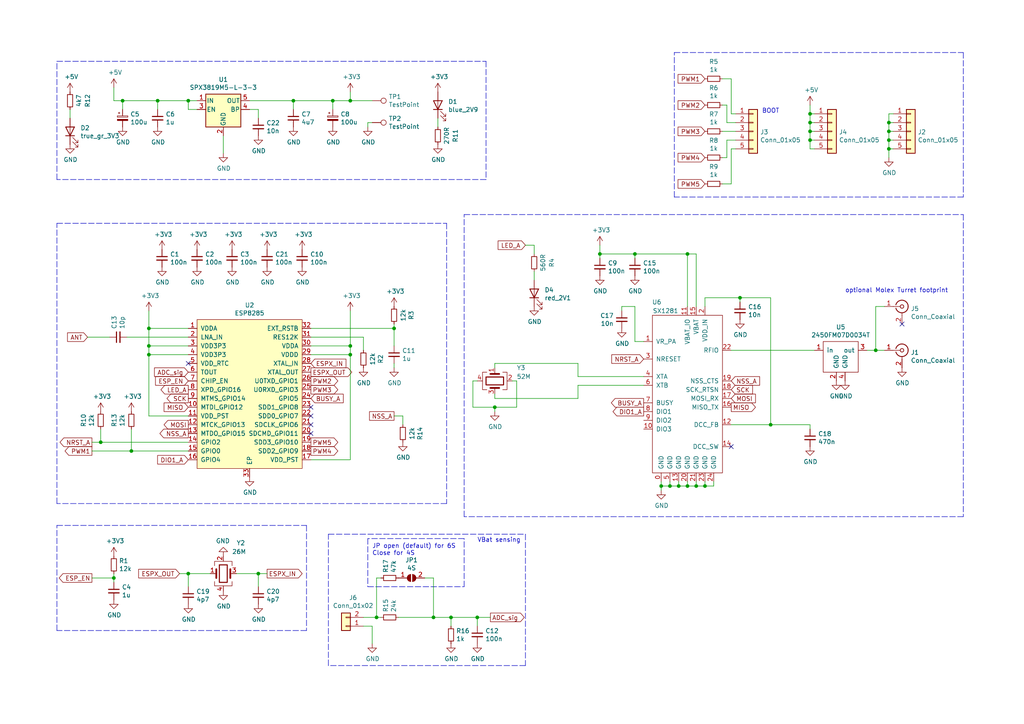
<source format=kicad_sch>
(kicad_sch (version 20211123) (generator eeschema)
  (paper "A4")
  (title_block (title "ELRS ESP8285 5xPWM") (date "2022-03-04") (rev "rev 1.0") (company "crteensy"))
  (lib_symbols
    (symbol "Connector:Conn_Coaxial" (pin_names (offset 1.016) hide)
      (property "Reference" "J" (at 0.254 3.048 0))
      (property "Value" "Conn_Coaxial" (at 2.921 0 90))
      (symbol "Conn_Coaxial_0_1"
        (arc (start -1.778 -0.508) (mid 0.222 -1.808) (end 1.778 0) (stroke (width 0.254)))
        (polyline (pts (xy -2.54 0) (xy -0.508 0)))
        (polyline (pts (xy 0 -2.54) (xy 0 -1.778)))
        (circle (center 0 0) (radius 0.508) (stroke (width 0.2032)))
        (arc (start 1.778 0) (mid 0.2221 1.8083) (end -1.778 0.508) (stroke (width 0.254)))
      )
      (symbol "Conn_Coaxial_1_1"
        (pin passive line (at -5.08 0 0) (length 2.54) (name "In") (number "1"))
        (pin passive line (at 0 -5.08 90) (length 2.54) (name "Ext") (number "2"))
      )
    )
    (symbol "Connector:TestPoint" (pin_numbers hide) (pin_names (offset 0.762) hide)
      (property "Reference" "TP" (at 0 6.858 0))
      (property "Value" "TestPoint" (at 0 5.08 0))
      (symbol "TestPoint_0_1"
        (circle (center 0 3.302) (radius 0.762))
      )
      (symbol "TestPoint_1_1"
        (pin passive line (at 0 0 90) (length 2.54) (name "1") (number "1"))
      )
    )
    (symbol "Connector_Generic:Conn_01x02" (pin_names (offset 1.016) hide)
      (property "Reference" "J" (at 0 2.54 0))
      (property "Value" "Conn_01x02" (at 0 -5.08 0))
      (symbol "Conn_01x02_1_1"
        (rectangle (start -1.27 -2.413) (end 0 -2.667) (stroke (width 0.1524)))
        (rectangle (start -1.27 0.127) (end 0 -0.127) (stroke (width 0.1524)))
        (rectangle (start -1.27 1.27) (end 1.27 -3.81) (stroke (width 0.254)) (fill (type background)))
        (pin passive line (at -5.08 0 0) (length 3.81) (name "Pin_1") (number "1"))
        (pin passive line (at -5.08 -2.54 0) (length 3.81) (name "Pin_2") (number "2"))
      )
    )
    (symbol "Connector_Generic:Conn_01x05" (pin_names (offset 1.016) hide)
      (property "Reference" "J" (at 0 7.62 0))
      (property "Value" "Conn_01x05" (at 0 -7.62 0))
      (symbol "Conn_01x05_1_1"
        (rectangle (start -1.27 -4.953) (end 0 -5.207) (stroke (width 0.1524)))
        (rectangle (start -1.27 -2.413) (end 0 -2.667) (stroke (width 0.1524)))
        (rectangle (start -1.27 0.127) (end 0 -0.127) (stroke (width 0.1524)))
        (rectangle (start -1.27 2.667) (end 0 2.413) (stroke (width 0.1524)))
        (rectangle (start -1.27 5.207) (end 0 4.953) (stroke (width 0.1524)))
        (rectangle (start -1.27 6.35) (end 1.27 -6.35) (stroke (width 0.254)) (fill (type background)))
        (pin passive line (at -5.08 5.08 0) (length 3.81) (name "Pin_1") (number "1"))
        (pin passive line (at -5.08 2.54 0) (length 3.81) (name "Pin_2") (number "2"))
        (pin passive line (at -5.08 0 0) (length 3.81) (name "Pin_3") (number "3"))
        (pin passive line (at -5.08 -2.54 0) (length 3.81) (name "Pin_4") (number "4"))
        (pin passive line (at -5.08 -5.08 0) (length 3.81) (name "Pin_5") (number "5"))
      )
    )
    (symbol "Device:CP_Small" (pin_numbers hide) (pin_names (offset 0.254) hide)
      (property "Reference" "C" (at 0.254 1.778 0))
      (property "Value" "Device_CP_Small" (at 0.254 -2.032 0))
      (symbol "CP_Small_0_1"
        (rectangle (start -1.524 -0.3048) (end 1.524 -0.6858) (fill (type outline)))
        (rectangle (start -1.524 0.6858) (end 1.524 0.3048))
        (polyline (pts (xy -1.27 1.524) (xy -0.762 1.524)))
        (polyline (pts (xy -1.016 1.27) (xy -1.016 1.778)))
      )
      (symbol "CP_Small_1_1"
        (pin passive line (at 0 2.54 270) (length 1.8542) (name "~") (number "1"))
        (pin passive line (at 0 -2.54 90) (length 1.8542) (name "~") (number "2"))
      )
    )
    (symbol "Device:C_Small" (pin_numbers hide) (pin_names (offset 0.254) hide)
      (property "Reference" "C" (at 0.254 1.778 0))
      (property "Value" "C_Small" (at 0.254 -2.032 0))
      (symbol "C_Small_0_1"
        (polyline (pts (xy -1.524 -0.508) (xy 1.524 -0.508)) (stroke (width 0.3302)))
        (polyline (pts (xy -1.524 0.508) (xy 1.524 0.508)) (stroke (width 0.3048)))
      )
      (symbol "C_Small_1_1"
        (pin passive line (at 0 2.54 270) (length 2.032) (name "~") (number "1"))
        (pin passive line (at 0 -2.54 90) (length 2.032) (name "~") (number "2"))
      )
    )
    (symbol "Device:Crystal_GND24" (pin_names (offset 1.016) hide)
      (property "Reference" "Y" (at 3.175 5.08 0))
      (property "Value" "Crystal_GND24" (at 3.175 3.175 0))
      (symbol "Crystal_GND24_0_1"
        (rectangle (start -1.143 2.54) (end 1.143 -2.54) (stroke (width 0.3048)))
        (polyline (pts (xy -2.54 0) (xy -2.032 0)))
        (polyline (pts (xy -2.032 -1.27) (xy -2.032 1.27)) (stroke (width 0.508)))
        (polyline (pts (xy 0 -3.81) (xy 0 -3.556)))
        (polyline (pts (xy 0 3.556) (xy 0 3.81)))
        (polyline (pts (xy 2.032 -1.27) (xy 2.032 1.27)) (stroke (width 0.508)))
        (polyline (pts (xy 2.032 0) (xy 2.54 0)))
        (polyline (pts (xy -2.54 -2.286) (xy -2.54 -3.556) (xy 2.54 -3.556) (xy 2.54 -2.286)))
        (polyline (pts (xy -2.54 2.286) (xy -2.54 3.556) (xy 2.54 3.556) (xy 2.54 2.286)))
      )
      (symbol "Crystal_GND24_1_1"
        (pin passive line (at -3.81 0 0) (length 1.27) (name "1") (number "1"))
        (pin passive line (at 0 5.08 270) (length 1.27) (name "2") (number "2"))
        (pin passive line (at 3.81 0 180) (length 1.27) (name "3") (number "3"))
        (pin passive line (at 0 -5.08 90) (length 1.27) (name "4") (number "4"))
      )
    )
    (symbol "Device:LED" (pin_numbers hide) (pin_names (offset 1.016) hide)
      (property "Reference" "D" (at 0 2.54 0))
      (property "Value" "LED" (at 0 -2.54 0))
      (symbol "LED_0_1"
        (polyline (pts (xy -1.27 -1.27) (xy -1.27 1.27)) (stroke (width 0.254)))
        (polyline (pts (xy -1.27 0) (xy 1.27 0)))
        (polyline (pts (xy 1.27 -1.27) (xy 1.27 1.27) (xy -1.27 0) (xy 1.27 -1.27)) (stroke (width 0.254)))
        (polyline (pts (xy -3.048 -0.762) (xy -4.572 -2.286) (xy -3.81 -2.286) (xy -4.572 -2.286) (xy -4.572 -1.524)))
        (polyline (pts (xy -1.778 -0.762) (xy -3.302 -2.286) (xy -2.54 -2.286) (xy -3.302 -2.286) (xy -3.302 -1.524)))
      )
      (symbol "LED_1_1"
        (pin passive line (at -3.81 0 0) (length 2.54) (name "K") (number "1"))
        (pin passive line (at 3.81 0 180) (length 2.54) (name "A") (number "2"))
      )
    )
    (symbol "Device:R_Small" (pin_numbers hide) (pin_names (offset 0.254) hide)
      (property "Reference" "R" (at 0.762 0.508 0))
      (property "Value" "R_Small" (at 0.762 -1.016 0))
      (symbol "R_Small_0_1"
        (rectangle (start -0.762 1.778) (end 0.762 -1.778) (stroke (width 0.2032)))
      )
      (symbol "R_Small_1_1"
        (pin passive line (at 0 2.54 270) (length 0.762) (name "~") (number "1"))
        (pin passive line (at 0 -2.54 90) (length 0.762) (name "~") (number "2"))
      )
    )
    (symbol "Jumper:SolderJumper_2_Open" (pin_names (offset 0) hide)
      (property "Reference" "JP" (at 0 2.032 0))
      (property "Value" "SolderJumper_2_Open" (at 0 -2.54 0))
      (symbol "SolderJumper_2_Open_0_1"
        (arc (start -0.254 1.016) (mid -1.27 0) (end -0.254 -1.016))
        (arc (start -0.254 1.016) (mid -1.27 0) (end -0.254 -1.016) (fill (type outline)))
        (polyline (pts (xy -0.254 1.016) (xy -0.254 -1.016)))
        (polyline (pts (xy 0.254 1.016) (xy 0.254 -1.016)))
        (arc (start 0.254 -1.016) (mid 1.27 0) (end 0.254 1.016))
        (arc (start 0.254 -1.016) (mid 1.27 0) (end 0.254 1.016) (fill (type outline)))
      )
      (symbol "SolderJumper_2_Open_1_1"
        (pin passive line (at -3.81 0 0) (length 2.54) (name "A") (number "1"))
        (pin passive line (at 3.81 0 180) (length 2.54) (name "B") (number "2"))
      )
    )
    (symbol "Regulator_Linear:SPX3819M5-L-3-3" (pin_names (offset 0.254))
      (property "Reference" "U" (at -3.81 5.715 0))
      (property "Value" "SPX3819M5-L-3-3" (at 0 5.715 0))
      (symbol "SPX3819M5-L-3-3_0_1"
        (rectangle (start -5.08 4.445) (end 5.08 -5.08) (stroke (width 0.254)) (fill (type background)))
      )
      (symbol "SPX3819M5-L-3-3_1_1"
        (pin power_in line (at -7.62 2.54 0) (length 2.54) (name "IN") (number "1"))
        (pin power_in line (at 0 -7.62 90) (length 2.54) (name "GND") (number "2"))
        (pin input line (at -7.62 0 0) (length 2.54) (name "EN") (number "3"))
        (pin input line (at 7.62 0 180) (length 2.54) (name "BP") (number "4"))
        (pin power_out line (at 7.62 2.54 180) (length 2.54) (name "OUT") (number "5"))
      )
    )
    (symbol "power:+3V3" (power) (pin_names (offset 0))
      (property "Value" "+3V3" (at 0 3.556 0))
      (symbol "+3V3_0_1"
        (polyline (pts (xy -0.762 1.27) (xy 0 2.54)))
        (polyline (pts (xy 0 0) (xy 0 2.54)))
        (polyline (pts (xy 0 2.54) (xy 0.762 1.27)))
      )
      (symbol "+3V3_1_1"
        (pin power_in line (at 0 0 90) (length 0) hide (name "+3V3") (number "1"))
      )
    )
    (symbol "power:+5V" (power) (pin_names (offset 0))
      (property "Value" "+5V" (at 0 3.556 0))
      (symbol "+5V_0_1"
        (polyline (pts (xy -0.762 1.27) (xy 0 2.54)))
        (polyline (pts (xy 0 0) (xy 0 2.54)))
        (polyline (pts (xy 0 2.54) (xy 0.762 1.27)))
      )
      (symbol "+5V_1_1"
        (pin power_in line (at 0 0 90) (length 0) hide (name "+5V") (number "1"))
      )
    )
    (symbol "power:GND" (power) (pin_names (offset 0))
      (property "Value" "GND" (at 0 -3.81 0))
      (symbol "GND_0_1"
        (polyline (pts (xy 0 0) (xy 0 -1.27) (xy 1.27 -1.27) (xy 0 -2.54) (xy -1.27 -1.27) (xy 0 -1.27)))
      )
      (symbol "GND_1_1"
        (pin power_in line (at 0 0 270) (length 0) hide (name "GND") (number "1"))
      )
    )
    (symbol "symbols:2450FM07D0034T" (pin_names (offset 1.016))
      (property "Reference" "U" (at -2.54 6.35 0))
      (property "Value" "2450FM07D0034T" (at 3.81 7.62 0))
      (symbol "2450FM07D0034T_0_1"
        (rectangle (start -5.08 5.08) (end 5.08 -3.81))
      )
      (symbol "2450FM07D0034T_1_1"
        (pin passive line (at -7.62 2.54 0) (length 2.54) (name "in") (number "1"))
        (pin passive line (at -1.27 -6.35 90) (length 2.54) (name "GND") (number "2"))
        (pin passive line (at 7.62 2.54 180) (length 2.54) (name "out") (number "3"))
        (pin passive line (at 1.27 -6.35 90) (length 2.54) (name "GND") (number "4"))
      )
    )
    (symbol "symbols:ESP8285" (pin_names (offset 1.016))
      (property "Reference" "U" (at 2.54 22.86 0))
      (property "Value" "ESP8285" (at 0 12.7 0))
      (symbol "ESP8285_0_1"
        (rectangle (start -15.24 -21.59) (end 15.24 21.59) (fill (type background)))
      )
      (symbol "ESP8285_1_1"
        (pin power_in line (at -17.78 19.05 0) (length 2.54) (name "VDDA") (number "1"))
        (pin passive line (at -17.78 -3.81 0) (length 2.54) (name "MTDI_GPIO12") (number "10"))
        (pin power_in line (at -17.78 -6.35 0) (length 2.54) (name "VDD_PST") (number "11"))
        (pin passive line (at -17.78 -8.89 0) (length 2.54) (name "MTCK_GPIO13") (number "12"))
        (pin passive line (at -17.78 -11.43 0) (length 2.54) (name "MTDO_GPIO15") (number "13"))
        (pin passive line (at -17.78 -13.97 0) (length 2.54) (name "GPIO2") (number "14"))
        (pin passive line (at -17.78 -16.51 0) (length 2.54) (name "GPIO0") (number "15"))
        (pin passive line (at -17.78 -19.05 0) (length 2.54) (name "GPIO4") (number "16"))
        (pin power_in line (at 17.78 -19.05 180) (length 2.54) (name "VDD_PST") (number "17"))
        (pin passive line (at 17.78 -16.51 180) (length 2.54) (name "SDD2_GPIO9") (number "18"))
        (pin passive line (at 17.78 -13.97 180) (length 2.54) (name "SDD3_GPIO10") (number "19"))
        (pin passive line (at -17.78 16.51 0) (length 2.54) (name "LNA_IN") (number "2"))
        (pin passive line (at 17.78 -11.43 180) (length 2.54) (name "SDCMD_GPIO11") (number "20"))
        (pin passive line (at 17.78 -8.89 180) (length 2.54) (name "SDCLK_GPIO6") (number "21"))
        (pin passive line (at 17.78 -6.35 180) (length 2.54) (name "SDD0_GPIO7") (number "22"))
        (pin passive line (at 17.78 -3.81 180) (length 2.54) (name "SDD1_GPIO8") (number "23"))
        (pin passive line (at 17.78 -1.27 180) (length 2.54) (name "GPIO5") (number "24"))
        (pin passive line (at 17.78 1.27 180) (length 2.54) (name "U0RXD_GPIO3") (number "25"))
        (pin passive line (at 17.78 3.81 180) (length 2.54) (name "U0TXD_GPIO1") (number "26"))
        (pin passive line (at 17.78 6.35 180) (length 2.54) (name "XTAL_OUT") (number "27"))
        (pin passive line (at 17.78 8.89 180) (length 2.54) (name "XTAL_IN") (number "28"))
        (pin power_in line (at 17.78 11.43 180) (length 2.54) (name "VDDD") (number "29"))
        (pin power_in line (at -17.78 13.97 0) (length 2.54) (name "VDD3P3") (number "3"))
        (pin power_in line (at 17.78 13.97 180) (length 2.54) (name "VDDA") (number "30"))
        (pin input line (at 17.78 16.51 180) (length 2.54) (name "RES12K") (number "31"))
        (pin input line (at 17.78 19.05 180) (length 2.54) (name "EXT_RSTB") (number "32"))
        (pin power_in line (at 0 -24.13 90) (length 2.54) (name "EP") (number "33"))
        (pin power_in line (at -17.78 11.43 0) (length 2.54) (name "VDD3P3") (number "4"))
        (pin power_in line (at -17.78 8.89 0) (length 2.54) (name "VDD_RTC") (number "5"))
        (pin passive line (at -17.78 6.35 0) (length 2.54) (name "TOUT") (number "6"))
        (pin passive line (at -17.78 3.81 0) (length 2.54) (name "CHIP_EN") (number "7"))
        (pin passive line (at -17.78 1.27 0) (length 2.54) (name "XPD_GPIO16") (number "8"))
        (pin passive line (at -17.78 -1.27 0) (length 2.54) (name "MTMS_GPIO14") (number "9"))
      )
    )
    (symbol "symbols:SX1280" (pin_names (offset 1.016))
      (property "Reference" "U" (at 3.81 24.13 0))
      (property "Value" "SX1280" (at -6.35 21.59 0))
      (symbol "SX1280_0_1"
        (rectangle (start -10.16 22.86) (end 10.16 -22.86))
      )
      (symbol "SX1280_1_1"
        (pin power_in line (at -7.62 -25.4 90) (length 2.54) (name "GND") (number "0"))
        (pin passive line (at -12.7 15.24 0) (length 2.54) (name "VR_PA") (number "1"))
        (pin bidirectional line (at -12.7 -10.16 0) (length 2.54) (name "DIO3") (number "10"))
        (pin input line (at 0 25.4 270) (length 2.54) (name "VBAT_IO") (number "11"))
        (pin output line (at 12.7 -8.89 180) (length 2.54) (name "DCC_FB") (number "12"))
        (pin power_in line (at -2.54 -25.4 90) (length 2.54) (name "GND") (number "13"))
        (pin output line (at 12.7 -15.24 180) (length 2.54) (name "DCC_SW") (number "14"))
        (pin input line (at 2.54 25.4 270) (length 2.54) (name "VBAT") (number "15"))
        (pin output line (at 12.7 -3.81 180) (length 2.54) (name "MISO_TX") (number "16"))
        (pin input line (at 12.7 -1.27 180) (length 2.54) (name "MOSI_RX") (number "17"))
        (pin input line (at 12.7 1.27 180) (length 2.54) (name "SCK_RTSN") (number "18"))
        (pin input line (at 12.7 3.81 180) (length 2.54) (name "NSS_CTS") (number "19"))
        (pin power_in line (at 5.08 25.4 270) (length 2.54) (name "VDD_IN") (number "2"))
        (pin power_in line (at 0 -25.4 90) (length 2.54) (name "GND") (number "20"))
        (pin power_in line (at 2.54 -25.4 90) (length 2.54) (name "GND") (number "21"))
        (pin bidirectional line (at 12.7 12.7 180) (length 2.54) (name "RFIO") (number "22"))
        (pin power_in line (at 5.08 -25.4 90) (length 2.54) (name "GND") (number "23"))
        (pin power_in line (at 7.62 -25.4 90) (length 2.54) (name "GND") (number "24"))
        (pin input line (at -12.7 10.16 0) (length 2.54) (name "NRESET") (number "3"))
        (pin passive line (at -12.7 5.08 0) (length 2.54) (name "XTA") (number "4"))
        (pin power_in line (at -5.08 -25.4 90) (length 2.54) (name "GND") (number "5"))
        (pin passive line (at -12.7 2.54 0) (length 2.54) (name "XTB") (number "6"))
        (pin passive line (at -12.7 -2.54 0) (length 2.54) (name "BUSY") (number "7"))
        (pin bidirectional line (at -12.7 -5.08 0) (length 2.54) (name "DIO1") (number "8"))
        (pin bidirectional line (at -12.7 -7.62 0) (length 2.54) (name "DIO2") (number "9"))
      )
    )
  )
  (junction (at 43.18 102.87))
  (junction (at 85.09 29.21))
  (junction (at 191.77 140.97))
  (junction (at 199.39 140.97))
  (junction (at 257.81 40.64))
  (junction (at 109.22 179.07))
  (junction (at 204.47 140.97))
  (junction (at 138.43 179.07))
  (junction (at 74.93 166.37))
  (junction (at 199.39 73.66))
  (junction (at 201.93 140.97))
  (junction (at 130.81 179.07))
  (junction (at 223.52 123.19))
  (junction (at 173.99 73.66))
  (junction (at 234.95 38.1))
  (junction (at 214.63 86.36))
  (junction (at 257.81 38.1))
  (junction (at 101.6 102.87))
  (junction (at 101.6 29.21))
  (junction (at 125.73 179.07))
  (junction (at 54.61 29.21))
  (junction (at 234.95 33.02))
  (junction (at 257.81 43.18))
  (junction (at 43.18 100.33))
  (junction (at 54.61 166.37))
  (junction (at 45.72 29.21))
  (junction (at 234.95 40.64))
  (junction (at 234.95 35.56))
  (junction (at 184.15 73.66))
  (junction (at 254 101.6))
  (junction (at 33.02 167.64))
  (junction (at 194.31 140.97))
  (junction (at 29.21 128.27))
  (junction (at 196.85 140.97))
  (junction (at 96.52 29.21))
  (junction (at 35.56 29.21))
  (junction (at 114.3 95.25))
  (junction (at 101.6 100.33))
  (junction (at 38.1 130.81))
  (junction (at 43.18 95.25))
  (junction (at 257.81 35.56))
  (junction (at 143.51 118.11))
  (no_connect (at 90.17 125.73))
  (no_connect (at 90.17 118.11))
  (no_connect (at 261.62 93.98))
  (no_connect (at 90.17 120.65))
  (no_connect (at 90.17 123.19))
  (no_connect (at 212.09 129.54))
  (no_connect (at 54.61 105.41))
  (wire (pts (xy 101.6 100.33) (xy 101.6 90.17)))
  (polyline (pts (xy 279.4 57.15) (xy 195.58 57.15)))
  (wire (pts (xy 38.1 130.81) (xy 54.61 130.81)))
  (wire (pts (xy 194.31 140.97) (xy 196.85 140.97)))
  (wire (pts (xy 114.3 95.25) (xy 114.3 100.33)))
  (wire (pts (xy 184.15 73.66) (xy 173.99 73.66)))
  (wire (pts (xy 213.36 33.02) (xy 212.09 33.02)))
  (polyline (pts (xy 88.9 182.88) (xy 16.51 182.88)))
  (polyline (pts (xy 88.9 152.4) (xy 88.9 182.88)))
  (polyline (pts (xy 129.54 146.05) (xy 16.51 146.05)))
  (wire (pts (xy 90.17 102.87) (xy 101.6 102.87)))
  (wire (pts (xy 54.61 31.75) (xy 54.61 29.21)))
  (wire (pts (xy 213.36 43.18) (xy 212.09 43.18)))
  (wire (pts (xy 196.85 140.97) (xy 196.85 139.7)))
  (wire (pts (xy 143.51 115.57) (xy 167.64 115.57)))
  (wire (pts (xy 109.22 167.64) (xy 109.22 179.07)))
  (wire (pts (xy 259.08 33.02) (xy 257.81 33.02)))
  (wire (pts (xy 57.15 31.75) (xy 54.61 31.75)))
  (polyline (pts (xy 195.58 57.15) (xy 195.58 15.24)))
  (wire (pts (xy 204.47 140.97) (xy 207.01 140.97)))
  (polyline (pts (xy 152.4 154.94) (xy 152.4 193.04)))
  (wire (pts (xy 36.83 97.79) (xy 54.61 97.79)))
  (wire (pts (xy 85.09 31.75) (xy 85.09 29.21)))
  (polyline (pts (xy 279.4 149.86) (xy 134.62 149.86)))
  (wire (pts (xy 107.95 35.56) (xy 106.68 35.56)))
  (wire (pts (xy 257.81 38.1) (xy 257.81 40.64)))
  (polyline (pts (xy 16.51 64.77) (xy 129.54 64.77)))
  (wire (pts (xy 236.22 38.1) (xy 234.95 38.1)))
  (wire (pts (xy 191.77 139.7) (xy 191.77 140.97)))
  (polyline (pts (xy 16.51 152.4) (xy 88.9 152.4)))
  (wire (pts (xy 110.49 167.64) (xy 109.22 167.64)))
  (wire (pts (xy 154.94 81.28) (xy 154.94 78.74)))
  (wire (pts (xy 201.93 88.9) (xy 201.93 73.66)))
  (wire (pts (xy 33.02 167.64) (xy 33.02 166.37)))
  (wire (pts (xy 212.09 43.18) (xy 212.09 53.34)))
  (wire (pts (xy 212.09 22.86) (xy 209.55 22.86)))
  (wire (pts (xy 234.95 40.64) (xy 236.22 40.64)))
  (wire (pts (xy 107.95 181.61) (xy 107.95 186.69)))
  (wire (pts (xy 257.81 40.64) (xy 257.81 43.18)))
  (wire (pts (xy 204.47 88.9) (xy 204.47 86.36)))
  (polyline (pts (xy 152.4 193.04) (xy 95.25 193.04)))
  (wire (pts (xy 114.3 120.65) (xy 116.84 120.65)))
  (wire (pts (xy 72.39 29.21) (xy 85.09 29.21)))
  (wire (pts (xy 154.94 71.12) (xy 154.94 73.66)))
  (wire (pts (xy 254 88.9) (xy 256.54 88.9)))
  (wire (pts (xy 234.95 33.02) (xy 234.95 35.56)))
  (wire (pts (xy 114.3 95.25) (xy 114.3 93.98)))
  (wire (pts (xy 45.72 29.21) (xy 54.61 29.21)))
  (wire (pts (xy 234.95 35.56) (xy 236.22 35.56)))
  (wire (pts (xy 138.43 179.07) (xy 138.43 181.61)))
  (wire (pts (xy 143.51 105.41) (xy 143.51 106.68)))
  (wire (pts (xy 254 101.6) (xy 254 88.9)))
  (wire (pts (xy 196.85 140.97) (xy 199.39 140.97)))
  (wire (pts (xy 191.77 140.97) (xy 194.31 140.97)))
  (wire (pts (xy 212.09 53.34) (xy 209.55 53.34)))
  (wire (pts (xy 149.86 110.49) (xy 149.86 118.11)))
  (wire (pts (xy 127 36.83) (xy 127 34.29)))
  (wire (pts (xy 199.39 88.9) (xy 199.39 73.66)))
  (wire (pts (xy 106.68 35.56) (xy 106.68 36.83)))
  (wire (pts (xy 123.19 167.64) (xy 125.73 167.64)))
  (wire (pts (xy 204.47 86.36) (xy 214.63 86.36)))
  (wire (pts (xy 180.34 88.9) (xy 180.34 90.17)))
  (wire (pts (xy 54.61 95.25) (xy 43.18 95.25)))
  (polyline (pts (xy 106.68 156.21) (xy 106.68 170.18)))
  (wire (pts (xy 101.6 29.21) (xy 107.95 29.21)))
  (wire (pts (xy 257.81 33.02) (xy 257.81 35.56)))
  (wire (pts (xy 186.69 99.06) (xy 184.15 99.06)))
  (wire (pts (xy 257.81 43.18) (xy 257.81 45.72)))
  (wire (pts (xy 210.82 40.64) (xy 210.82 45.72)))
  (wire (pts (xy 236.22 33.02) (xy 234.95 33.02)))
  (polyline (pts (xy 95.25 154.94) (xy 152.4 154.94)))
  (wire (pts (xy 45.72 29.21) (xy 35.56 29.21)))
  (wire (pts (xy 257.81 35.56) (xy 259.08 35.56)))
  (wire (pts (xy 35.56 31.75) (xy 35.56 29.21)))
  (wire (pts (xy 257.81 35.56) (xy 257.81 38.1)))
  (wire (pts (xy 33.02 167.64) (xy 26.67 167.64)))
  (wire (pts (xy 74.93 31.75) (xy 74.93 34.29)))
  (wire (pts (xy 115.57 179.07) (xy 125.73 179.07)))
  (wire (pts (xy 101.6 102.87) (xy 101.6 100.33)))
  (wire (pts (xy 130.81 179.07) (xy 138.43 179.07)))
  (wire (pts (xy 68.58 166.37) (xy 74.93 166.37)))
  (wire (pts (xy 236.22 43.18) (xy 234.95 43.18)))
  (wire (pts (xy 43.18 102.87) (xy 43.18 100.33)))
  (wire (pts (xy 109.22 179.07) (xy 110.49 179.07)))
  (wire (pts (xy 257.81 40.64) (xy 259.08 40.64)))
  (polyline (pts (xy 140.97 52.07) (xy 16.51 52.07)))
  (wire (pts (xy 199.39 73.66) (xy 184.15 73.66)))
  (polyline (pts (xy 195.58 15.24) (xy 279.4 15.24)))
  (wire (pts (xy 234.95 35.56) (xy 234.95 38.1)))
  (wire (pts (xy 116.84 120.65) (xy 116.84 123.19)))
  (wire (pts (xy 199.39 140.97) (xy 201.93 140.97)))
  (wire (pts (xy 210.82 35.56) (xy 210.82 30.48)))
  (wire (pts (xy 201.93 140.97) (xy 204.47 140.97)))
  (wire (pts (xy 90.17 100.33) (xy 101.6 100.33)))
  (wire (pts (xy 96.52 29.21) (xy 101.6 29.21)))
  (wire (pts (xy 43.18 100.33) (xy 43.18 95.25)))
  (wire (pts (xy 54.61 102.87) (xy 43.18 102.87)))
  (wire (pts (xy 33.02 168.91) (xy 33.02 167.64)))
  (wire (pts (xy 101.6 133.35) (xy 101.6 102.87)))
  (wire (pts (xy 234.95 40.64) (xy 234.95 43.18)))
  (wire (pts (xy 52.07 166.37) (xy 54.61 166.37)))
  (wire (pts (xy 223.52 123.19) (xy 212.09 123.19)))
  (wire (pts (xy 212.09 33.02) (xy 212.09 22.86)))
  (polyline (pts (xy 134.62 149.86) (xy 134.62 62.23)))
  (wire (pts (xy 20.32 34.29) (xy 20.32 31.75)))
  (wire (pts (xy 38.1 124.46) (xy 38.1 130.81)))
  (wire (pts (xy 125.73 179.07) (xy 130.81 179.07)))
  (wire (pts (xy 234.95 30.48) (xy 234.95 33.02)))
  (wire (pts (xy 223.52 86.36) (xy 223.52 123.19)))
  (wire (pts (xy 143.51 118.11) (xy 143.51 119.38)))
  (wire (pts (xy 138.43 110.49) (xy 137.16 110.49)))
  (wire (pts (xy 184.15 88.9) (xy 180.34 88.9)))
  (wire (pts (xy 223.52 123.19) (xy 234.95 123.19)))
  (wire (pts (xy 25.4 97.79) (xy 31.75 97.79)))
  (wire (pts (xy 167.64 109.22) (xy 167.64 105.41)))
  (wire (pts (xy 213.36 40.64) (xy 210.82 40.64)))
  (wire (pts (xy 201.93 140.97) (xy 201.93 139.7)))
  (wire (pts (xy 167.64 115.57) (xy 167.64 111.76)))
  (wire (pts (xy 85.09 29.21) (xy 96.52 29.21)))
  (wire (pts (xy 204.47 140.97) (xy 204.47 139.7)))
  (wire (pts (xy 29.21 128.27) (xy 26.67 128.27)))
  (wire (pts (xy 143.51 118.11) (xy 149.86 118.11)))
  (wire (pts (xy 105.41 181.61) (xy 107.95 181.61)))
  (polyline (pts (xy 16.51 17.78) (xy 140.97 17.78)))
  (wire (pts (xy 167.64 105.41) (xy 143.51 105.41)))
  (wire (pts (xy 259.08 38.1) (xy 257.81 38.1)))
  (wire (pts (xy 173.99 71.12) (xy 173.99 73.66)))
  (wire (pts (xy 74.93 170.18) (xy 74.93 166.37)))
  (wire (pts (xy 90.17 97.79) (xy 105.41 97.79)))
  (wire (pts (xy 105.41 97.79) (xy 105.41 101.6)))
  (wire (pts (xy 125.73 167.64) (xy 125.73 179.07)))
  (wire (pts (xy 213.36 35.56) (xy 210.82 35.56)))
  (polyline (pts (xy 134.62 170.18) (xy 134.62 156.21)))
  (wire (pts (xy 167.64 111.76) (xy 186.69 111.76)))
  (wire (pts (xy 191.77 140.97) (xy 191.77 142.24)))
  (wire (pts (xy 148.59 110.49) (xy 149.86 110.49)))
  (polyline (pts (xy 16.51 146.05) (xy 16.51 64.77)))
  (wire (pts (xy 35.56 29.21) (xy 33.02 29.21)))
  (wire (pts (xy 29.21 124.46) (xy 29.21 128.27)))
  (wire (pts (xy 254 101.6) (xy 256.54 101.6)))
  (wire (pts (xy 64.77 39.37) (xy 64.77 44.45)))
  (wire (pts (xy 43.18 120.65) (xy 54.61 120.65)))
  (wire (pts (xy 259.08 43.18) (xy 257.81 43.18)))
  (polyline (pts (xy 134.62 62.23) (xy 279.4 62.23)))
  (wire (pts (xy 114.3 105.41) (xy 114.3 106.68)))
  (wire (pts (xy 194.31 140.97) (xy 194.31 139.7)))
  (wire (pts (xy 184.15 99.06) (xy 184.15 88.9)))
  (wire (pts (xy 186.69 109.22) (xy 167.64 109.22)))
  (wire (pts (xy 173.99 73.66) (xy 173.99 74.93)))
  (polyline (pts (xy 16.51 182.88) (xy 16.51 152.4)))
  (wire (pts (xy 26.67 130.81) (xy 38.1 130.81)))
  (wire (pts (xy 201.93 73.66) (xy 199.39 73.66)))
  (wire (pts (xy 143.51 114.3) (xy 143.51 115.57)))
  (wire (pts (xy 105.41 179.07) (xy 109.22 179.07)))
  (wire (pts (xy 90.17 133.35) (xy 101.6 133.35)))
  (polyline (pts (xy 129.54 64.77) (xy 129.54 146.05)))
  (wire (pts (xy 101.6 29.21) (xy 101.6 26.67)))
  (wire (pts (xy 54.61 100.33) (xy 43.18 100.33)))
  (wire (pts (xy 54.61 166.37) (xy 60.96 166.37)))
  (wire (pts (xy 138.43 179.07) (xy 142.24 179.07)))
  (wire (pts (xy 57.15 29.21) (xy 54.61 29.21)))
  (polyline (pts (xy 16.51 52.07) (xy 16.51 17.78)))
  (polyline (pts (xy 279.4 15.24) (xy 279.4 57.15)))
  (wire (pts (xy 29.21 128.27) (xy 54.61 128.27)))
  (wire (pts (xy 210.82 30.48) (xy 209.55 30.48)))
  (wire (pts (xy 130.81 179.07) (xy 130.81 181.61)))
  (wire (pts (xy 234.95 123.19) (xy 234.95 124.46)))
  (polyline (pts (xy 134.62 156.21) (xy 106.68 156.21)))
  (wire (pts (xy 199.39 140.97) (xy 199.39 139.7)))
  (wire (pts (xy 43.18 95.25) (xy 43.18 90.17)))
  (wire (pts (xy 96.52 31.75) (xy 96.52 29.21)))
  (wire (pts (xy 214.63 86.36) (xy 223.52 86.36)))
  (wire (pts (xy 43.18 102.87) (xy 43.18 120.65)))
  (polyline (pts (xy 95.25 193.04) (xy 95.25 154.94)))
  (wire (pts (xy 234.95 38.1) (xy 234.95 40.64)))
  (wire (pts (xy 90.17 95.25) (xy 114.3 95.25)))
  (polyline (pts (xy 140.97 17.78) (xy 140.97 52.07)))
  (wire (pts (xy 184.15 73.66) (xy 184.15 74.93)))
  (wire (pts (xy 54.61 170.18) (xy 54.61 166.37)))
  (wire (pts (xy 210.82 45.72) (xy 209.55 45.72)))
  (wire (pts (xy 137.16 110.49) (xy 137.16 118.11)))
  (wire (pts (xy 74.93 166.37) (xy 77.47 166.37)))
  (wire (pts (xy 72.39 31.75) (xy 74.93 31.75)))
  (polyline (pts (xy 279.4 62.23) (xy 279.4 149.86)))
  (wire (pts (xy 212.09 101.6) (xy 236.22 101.6)))
  (wire (pts (xy 207.01 140.97) (xy 207.01 139.7)))
  (wire (pts (xy 45.72 31.75) (xy 45.72 29.21)))
  (wire (pts (xy 214.63 87.63) (xy 214.63 86.36)))
  (wire (pts (xy 251.46 101.6) (xy 254 101.6)))
  (wire (pts (xy 152.4 71.12) (xy 154.94 71.12)))
  (wire (pts (xy 213.36 38.1) (xy 209.55 38.1)))
  (polyline (pts (xy 106.68 170.18) (xy 134.62 170.18)))
  (wire (pts (xy 137.16 118.11) (xy 143.51 118.11)))
  (wire (pts (xy 33.02 29.21) (xy 33.02 25.4)))
  (text "BOOT" (at 220.98 33.02 0) (effects (font (size 1.27 1.27)) (justify left bottom)))
  (text "optional Molex Turret footprint" (at 245.11 85.09 0) (effects (font (size 1.27 1.27)) (justify left bottom)))
  (text "VBat sensing" (at 138.43 157.48 0) (effects (font (size 1.27 1.27)) (justify left bottom)))
  (text "JP open (default) for 6S\nClose for 4S" (at 107.95 161.29 0) (effects (font (size 1.27 1.27)) (justify left bottom)))
  (global_label "ESP_EN" (shape input) (at 54.61 110.49 180) (property "Intersheet References" "${INTERSHEET_REFS}" (effects hide)))
  (global_label "MOSI" (shape input) (at 212.09 115.57 0) (property "Intersheet References" "${INTERSHEET_REFS}" (effects hide)))
  (global_label "NSS_A" (shape input) (at 212.09 110.49 0) (property "Intersheet References" "${INTERSHEET_REFS}" (effects hide)))
  (global_label "NSS_A" (shape output) (at 54.61 125.73 180) (property "Intersheet References" "${INTERSHEET_REFS}" (effects hide)))
  (global_label "MISO" (shape input) (at 54.61 118.11 180) (property "Intersheet References" "${INTERSHEET_REFS}" (effects hide)))
  (global_label "PWM2" (shape input) (at 204.47 30.48 180) (property "Intersheet References" "${INTERSHEET_REFS}" (effects hide)))
  (global_label "ESPX_IN" (shape input) (at 90.17 105.41 0) (property "Intersheet References" "${INTERSHEET_REFS}" (effects hide)))
  (global_label "PWM1" (shape input) (at 204.47 22.86 180) (property "Intersheet References" "${INTERSHEET_REFS}" (effects hide)))
  (global_label "NSS_A" (shape passive) (at 114.3 120.65 180) (property "Intersheet References" "${INTERSHEET_REFS}" (effects hide)))
  (global_label "PWM4" (shape output) (at 90.17 130.81 0) (property "Intersheet References" "${INTERSHEET_REFS}" (effects hide)))
  (global_label "SCK" (shape output) (at 54.61 115.57 180) (property "Intersheet References" "${INTERSHEET_REFS}" (effects hide)))
  (global_label "LED_A" (shape input) (at 152.4 71.12 180) (property "Intersheet References" "${INTERSHEET_REFS}" (effects hide)))
  (global_label "NRST_A" (shape input) (at 186.69 104.14 180) (property "Intersheet References" "${INTERSHEET_REFS}" (effects hide)))
  (global_label "ESPX_OUT" (shape input) (at 52.07 166.37 180) (property "Intersheet References" "${INTERSHEET_REFS}" (effects hide)))
  (global_label "PWM4" (shape input) (at 204.47 45.72 180) (property "Intersheet References" "${INTERSHEET_REFS}" (effects hide)))
  (global_label "BUSY_A" (shape output) (at 186.69 116.84 180) (property "Intersheet References" "${INTERSHEET_REFS}" (effects hide)))
  (global_label "DIO1_A" (shape input) (at 54.61 133.35 180) (property "Intersheet References" "${INTERSHEET_REFS}" (effects hide)))
  (global_label "ESPX_OUT" (shape output) (at 90.17 107.95 0) (property "Intersheet References" "${INTERSHEET_REFS}" (effects hide)))
  (global_label "ESPX_IN" (shape output) (at 77.47 166.37 0) (property "Intersheet References" "${INTERSHEET_REFS}" (effects hide)))
  (global_label "NRST_A" (shape output) (at 26.67 128.27 180) (property "Intersheet References" "${INTERSHEET_REFS}" (effects hide)))
  (global_label "LED_A" (shape output) (at 54.61 113.03 180) (property "Intersheet References" "${INTERSHEET_REFS}" (effects hide)))
  (global_label "PWM5" (shape output) (at 90.17 128.27 0) (property "Intersheet References" "${INTERSHEET_REFS}" (effects hide)))
  (global_label "ADC_sig" (shape output) (at 142.24 179.07 0) (property "Intersheet References" "${INTERSHEET_REFS}" (effects hide)))
  (global_label "PWM3" (shape input) (at 204.47 38.1 180) (property "Intersheet References" "${INTERSHEET_REFS}" (effects hide)))
  (global_label "MOSI" (shape output) (at 54.61 123.19 180) (property "Intersheet References" "${INTERSHEET_REFS}" (effects hide)))
  (global_label "DIO1_A" (shape output) (at 186.69 119.38 180) (property "Intersheet References" "${INTERSHEET_REFS}" (effects hide)))
  (global_label "PWM5" (shape input) (at 204.47 53.34 180) (property "Intersheet References" "${INTERSHEET_REFS}" (effects hide)))
  (global_label "MISO" (shape output) (at 212.09 118.11 0) (property "Intersheet References" "${INTERSHEET_REFS}" (effects hide)))
  (global_label "SCK" (shape input) (at 212.09 113.03 0) (property "Intersheet References" "${INTERSHEET_REFS}" (effects hide)))
  (global_label "ANT" (shape input) (at 25.4 97.79 180) (property "Intersheet References" "${INTERSHEET_REFS}" (effects hide)))
  (global_label "ADC_sig" (shape input) (at 54.61 107.95 180) (property "Intersheet References" "${INTERSHEET_REFS}" (effects hide)))
  (global_label "BUSY_A" (shape input) (at 90.17 115.57 0) (property "Intersheet References" "${INTERSHEET_REFS}" (effects hide)))
  (global_label "ESP_EN" (shape output) (at 26.67 167.64 180) (property "Intersheet References" "${INTERSHEET_REFS}" (effects hide)))
  (global_label "PWM3" (shape output) (at 90.17 113.03 0) (property "Intersheet References" "${INTERSHEET_REFS}" (effects hide)))
  (global_label "PWM2" (shape output) (at 90.17 110.49 0) (property "Intersheet References" "${INTERSHEET_REFS}" (effects hide)))
  (global_label "PWM1" (shape output) (at 26.67 130.81 180) (property "Intersheet References" "${INTERSHEET_REFS}" (effects hide)))
  (symbol (lib_id "power:+5V") (at 33.02 25.4 0) (unit 1)
    (property "Reference" "#PWR0101" (effects hide))
    (property "Value" "+5V" (at 33.401 21.0058 0))
  )
  (symbol (lib_id "power:+3V3") (at 46.99 72.39 0) (unit 1)
    (property "Reference" "#PWR0102" (effects hide))
    (property "Value" "+3V3" (at 47.371 67.9958 0))
  )
  (symbol (lib_id "power:+3V3") (at 101.6 26.67 0) (unit 1)
    (property "Reference" "#PWR0105" (effects hide))
    (property "Value" "+3V3" (at 101.981 22.2758 0))
  )
  (symbol (lib_id "Device:C_Small") (at 46.99 74.93 0) (unit 1)
    (property "Reference" "C1" (at 49.3268 73.7616 0) (effects (justify left)))
    (property "Value" "100n" (at 49.3268 76.073 0) (effects (justify left)))
    (property "Footprint" "Capacitor_SMD:C_0402_1005Metric" (effects hide))
  )
  (symbol (lib_id "Device:C_Small") (at 57.15 74.93 0) (unit 1)
    (property "Reference" "C2" (at 59.4868 73.7616 0) (effects (justify left)))
    (property "Value" "100n" (at 59.4868 76.073 0) (effects (justify left)))
    (property "Footprint" "Capacitor_SMD:C_0402_1005Metric" (effects hide))
  )
  (symbol (lib_id "Device:C_Small") (at 67.31 74.93 0) (unit 1)
    (property "Reference" "C3" (at 69.6468 73.7616 0) (effects (justify left)))
    (property "Value" "100n" (at 69.6468 76.073 0) (effects (justify left)))
    (property "Footprint" "Capacitor_SMD:C_0402_1005Metric" (effects hide))
  )
  (symbol (lib_id "power:+3V3") (at 57.15 72.39 0) (unit 1)
    (property "Reference" "#PWR0108" (effects hide))
    (property "Value" "+3V3" (at 57.531 67.9958 0))
  )
  (symbol (lib_id "power:+3V3") (at 67.31 72.39 0) (unit 1)
    (property "Reference" "#PWR0109" (effects hide))
    (property "Value" "+3V3" (at 67.691 67.9958 0))
  )
  (symbol (lib_id "power:GND") (at 46.99 77.47 0) (unit 1)
    (property "Reference" "#PWR0110" (effects hide))
    (property "Value" "GND" (at 47.117 81.8642 0))
  )
  (symbol (lib_id "power:GND") (at 57.15 77.47 0) (unit 1)
    (property "Reference" "#PWR0111" (effects hide))
    (property "Value" "GND" (at 57.277 81.8642 0))
  )
  (symbol (lib_id "power:GND") (at 67.31 77.47 0) (unit 1)
    (property "Reference" "#PWR0112" (effects hide))
    (property "Value" "GND" (at 67.437 81.8642 0))
  )
  (symbol (lib_id "power:GND") (at 64.77 44.45 0) (unit 1)
    (property "Reference" "#PWR0113" (effects hide))
    (property "Value" "GND" (at 64.897 48.8442 0))
  )
  (symbol (lib_id "symbols:SX1280") (at 199.39 114.3 0) (unit 1)
    (property "Reference" "U6" (at 190.5 87.63 0))
    (property "Value" "SX1281" (at 193.04 90.17 0))
    (property "Footprint" "ELRS_ESP8285_dual:QFN-24-1EP_4x4mm_P0.5mm_EP2.6x2.6mm_SX1280_dense" (effects hide))
  )
  (symbol (lib_id "Connector:Conn_Coaxial") (at 261.62 101.6 0) (unit 1)
    (property "Reference" "J1" (at 264.16 102.235 0) (effects (justify left)))
    (property "Value" "Conn_Coaxial" (at 264.16 104.5464 0) (effects (justify left)))
    (property "Footprint" "ELRS_ESP8285_dual:U.FL_Molex_MCRF_73412-0110_Vertical_dense" (effects hide))
    (property "Datasheet" " ~" (effects hide))
  )
  (symbol (lib_id "symbols:2450FM07D0034T") (at 243.84 104.14 0) (unit 1)
    (property "Reference" "U5" (at 243.84 94.869 0))
    (property "Value" "2450FM07D0034T" (at 243.84 97.1804 0))
    (property "Footprint" "ELRS_ESP8285_dual:2450FM07D0034T" (effects hide))
  )
  (symbol (lib_id "Device:Crystal_GND24") (at 143.51 110.49 270) (unit 1)
    (property "Reference" "Y3" (at 149.86 106.68 90) (effects (justify left)))
    (property "Value" "52M" (at 149.86 109.22 90) (effects (justify left)))
    (property "Footprint" "Crystal:Crystal_SMD_2016-4Pin_2.0x1.6mm" (effects hide))
  )
  (symbol (lib_id "power:GND") (at 261.62 106.68 0) (unit 1)
    (property "Reference" "#PWR0103" (effects hide))
    (property "Value" "GND" (at 261.747 111.0742 0))
  )
  (symbol (lib_id "Device:C_Small") (at 180.34 92.71 0) (mirror y) (unit 1)
    (property "Reference" "C17" (at 178.0032 91.5416 0) (effects (justify left)))
    (property "Value" "10n" (at 178.0032 93.853 0) (effects (justify left)))
    (property "Footprint" "Capacitor_SMD:C_0402_1005Metric" (effects hide))
  )
  (symbol (lib_id "Device:C_Small") (at 234.95 127 0) (unit 1)
    (property "Reference" "C18" (at 237.2868 125.8316 0) (effects (justify left)))
    (property "Value" "470n" (at 237.2868 128.143 0) (effects (justify left)))
    (property "Footprint" "Capacitor_SMD:C_0402_1005Metric" (effects hide))
  )
  (symbol (lib_id "Device:C_Small") (at 173.99 77.47 0) (unit 1)
    (property "Reference" "C9" (at 176.3268 76.3016 0) (effects (justify left)))
    (property "Value" "100n" (at 176.3268 78.613 0) (effects (justify left)))
    (property "Footprint" "Capacitor_SMD:C_0402_1005Metric" (effects hide))
  )
  (symbol (lib_id "power:GND") (at 143.51 119.38 0) (unit 1)
    (property "Reference" "#PWR0104" (effects hide))
    (property "Value" "GND" (at 143.637 123.7742 0))
  )
  (symbol (lib_id "power:GND") (at 191.77 142.24 0) (unit 1)
    (property "Reference" "#PWR0106" (effects hide))
    (property "Value" "GND" (at 191.897 146.6342 0))
  )
  (symbol (lib_id "power:GND") (at 180.34 95.25 0) (unit 1)
    (property "Reference" "#PWR0107" (effects hide))
    (property "Value" "GND" (at 180.467 99.6442 0))
  )
  (symbol (lib_id "power:GND") (at 234.95 129.54 0) (unit 1)
    (property "Reference" "#PWR0114" (effects hide))
    (property "Value" "GND" (at 235.077 133.9342 0))
  )
  (symbol (lib_id "Device:C_Small") (at 214.63 90.17 0) (unit 1)
    (property "Reference" "C16" (at 216.9668 89.0016 0) (effects (justify left)))
    (property "Value" "10n" (at 216.9668 91.313 0) (effects (justify left)))
    (property "Footprint" "Capacitor_SMD:C_0402_1005Metric" (effects hide))
  )
  (symbol (lib_id "power:GND") (at 214.63 92.71 0) (unit 1)
    (property "Reference" "#PWR0115" (effects hide))
    (property "Value" "GND" (at 214.757 97.1042 0))
  )
  (symbol (lib_id "Device:C_Small") (at 184.15 77.47 0) (unit 1)
    (property "Reference" "C15" (at 186.4868 76.3016 0) (effects (justify left)))
    (property "Value" "100n" (at 186.4868 78.613 0) (effects (justify left)))
    (property "Footprint" "Capacitor_SMD:C_0402_1005Metric" (effects hide))
  )
  (symbol (lib_id "power:GND") (at 184.15 80.01 0) (unit 1)
    (property "Reference" "#PWR0116" (effects hide))
    (property "Value" "GND" (at 184.277 84.4042 0))
  )
  (symbol (lib_id "power:GND") (at 173.99 80.01 0) (unit 1)
    (property "Reference" "#PWR0117" (effects hide))
    (property "Value" "GND" (at 174.117 84.4042 0))
  )
  (symbol (lib_id "power:GND") (at 245.11 110.49 0) (unit 1)
    (property "Reference" "#PWR0118" (effects hide))
    (property "Value" "GND" (at 245.237 114.8842 0))
  )
  (symbol (lib_id "power:GND") (at 242.57 110.49 0) (unit 1)
    (property "Reference" "#PWR0119" (effects hide))
    (property "Value" "GND" (at 242.697 114.8842 0))
  )
  (symbol (lib_id "power:+3V3") (at 173.99 71.12 0) (unit 1)
    (property "Reference" "#PWR0120" (effects hide))
    (property "Value" "+3V3" (at 174.371 66.7258 0))
  )
  (symbol (lib_id "symbols:ESP8285") (at 72.39 114.3 0) (unit 1)
    (property "Reference" "U2" (at 72.39 88.519 0))
    (property "Value" "ESP8285" (at 72.39 90.8304 0))
    (property "Footprint" "ELRS_ESP8285_PWM5:QFN-32-1EP_5x5mm_P0.5mm_EP3.7x3.7mm_dense" (effects hide))
  )
  (symbol (lib_id "power:+3V3") (at 101.6 90.17 0) (unit 1)
    (property "Reference" "#PWR0121" (effects hide))
    (property "Value" "+3V3" (at 101.981 85.7758 0))
  )
  (symbol (lib_id "power:+3V3") (at 43.18 90.17 0) (unit 1)
    (property "Reference" "#PWR0123" (effects hide))
    (property "Value" "+3V3" (at 43.561 85.7758 0))
  )
  (symbol (lib_id "Device:CP_Small") (at 35.56 34.29 0) (unit 1)
    (property "Reference" "C5" (at 37.7952 33.1216 0) (effects (justify left)))
    (property "Value" "100u" (at 37.7952 35.433 0) (effects (justify left)))
    (property "Footprint" "Capacitor_Tantalum_SMD:CP_EIA-3216-18_Kemet-A" (effects hide))
  )
  (symbol (lib_id "Device:CP_Small") (at 96.52 34.29 0) (unit 1)
    (property "Reference" "C8" (at 98.7552 33.1216 0) (effects (justify left)))
    (property "Value" "100u" (at 98.7552 35.433 0) (effects (justify left)))
    (property "Footprint" "Capacitor_Tantalum_SMD:CP_EIA-3216-18_Kemet-A" (effects hide))
  )
  (symbol (lib_id "Device:C_Small") (at 45.72 34.29 0) (unit 1)
    (property "Reference" "C6" (at 48.0568 33.1216 0) (effects (justify left)))
    (property "Value" "1u" (at 48.0568 35.433 0) (effects (justify left)))
    (property "Footprint" "Capacitor_SMD:C_0603_1608Metric" (effects hide))
  )
  (symbol (lib_id "Device:C_Small") (at 85.09 34.29 0) (unit 1)
    (property "Reference" "C7" (at 87.4268 33.1216 0) (effects (justify left)))
    (property "Value" "4u7" (at 87.4268 35.433 0) (effects (justify left)))
    (property "Footprint" "Capacitor_SMD:C_0603_1608Metric" (effects hide))
  )
  (symbol (lib_id "power:GND") (at 35.56 36.83 0) (unit 1)
    (property "Reference" "#PWR0129" (effects hide))
    (property "Value" "GND" (at 35.687 41.2242 0))
  )
  (symbol (lib_id "power:GND") (at 45.72 36.83 0) (unit 1)
    (property "Reference" "#PWR0130" (effects hide))
    (property "Value" "GND" (at 45.847 41.2242 0))
  )
  (symbol (lib_id "power:GND") (at 85.09 36.83 0) (unit 1)
    (property "Reference" "#PWR0131" (effects hide))
    (property "Value" "GND" (at 85.217 41.2242 0))
  )
  (symbol (lib_id "power:GND") (at 96.52 36.83 0) (unit 1)
    (property "Reference" "#PWR0132" (effects hide))
    (property "Value" "GND" (at 96.647 41.2242 0))
  )
  (symbol (lib_id "Device:R_Small") (at 33.02 163.83 180) (unit 1)
    (property "Reference" "R1" (at 34.5186 162.6616 0) (effects (justify right)))
    (property "Value" "12k" (at 34.5186 164.973 0) (effects (justify right)))
    (property "Footprint" "Resistor_SMD:R_0402_1005Metric" (effects hide))
  )
  (symbol (lib_id "Device:C_Small") (at 33.02 171.45 0) (unit 1)
    (property "Reference" "C4" (at 35.3568 170.2816 0) (effects (justify left)))
    (property "Value" "1u" (at 35.3568 172.593 0) (effects (justify left)))
    (property "Footprint" "Capacitor_SMD:C_0402_1005Metric" (effects hide))
  )
  (symbol (lib_id "Device:Crystal_GND24") (at 64.77 166.37 0) (unit 1)
    (property "Reference" "Y2" (at 68.58 157.48 0) (effects (justify left)))
    (property "Value" "26M" (at 67.31 160.02 0) (effects (justify left)))
    (property "Footprint" "Crystal:Crystal_SMD_2016-4Pin_2.0x1.6mm" (effects hide))
  )
  (symbol (lib_id "power:GND") (at 72.39 138.43 0) (unit 1)
    (property "Reference" "#PWR0124" (effects hide))
    (property "Value" "GND" (at 72.517 142.8242 0))
  )
  (symbol (lib_id "power:GND") (at 64.77 171.45 0) (unit 1)
    (property "Reference" "#PWR0136" (effects hide))
    (property "Value" "GND" (at 64.897 175.8442 0))
  )
  (symbol (lib_id "power:GND") (at 64.77 161.29 180) (unit 1)
    (property "Reference" "#PWR0137" (effects hide))
    (property "Value" "GND" (at 64.643 156.8958 0))
  )
  (symbol (lib_id "Device:C_Small") (at 74.93 172.72 0) (unit 1)
    (property "Reference" "C20" (at 77.2668 171.5516 0) (effects (justify left)))
    (property "Value" "4p7" (at 77.2668 173.863 0) (effects (justify left)))
    (property "Footprint" "Capacitor_SMD:C_0402_1005Metric" (effects hide))
  )
  (symbol (lib_id "Device:C_Small") (at 54.61 172.72 0) (unit 1)
    (property "Reference" "C19" (at 56.9468 171.5516 0) (effects (justify left)))
    (property "Value" "4p7" (at 56.9468 173.863 0) (effects (justify left)))
    (property "Footprint" "Capacitor_SMD:C_0402_1005Metric" (effects hide))
  )
  (symbol (lib_id "power:GND") (at 54.61 175.26 0) (unit 1)
    (property "Reference" "#PWR0145" (effects hide))
    (property "Value" "GND" (at 54.737 179.6542 0))
  )
  (symbol (lib_id "power:GND") (at 74.93 175.26 0) (unit 1)
    (property "Reference" "#PWR0146" (effects hide))
    (property "Value" "GND" (at 75.057 179.6542 0))
  )
  (symbol (lib_id "Connector_Generic:Conn_01x05") (at 218.44 38.1 0) (unit 1)
    (property "Reference" "J3" (at 220.472 38.3032 0) (effects (justify left)))
    (property "Value" "Conn_01x05" (at 220.472 40.6146 0) (effects (justify left)))
    (property "Footprint" "Connector_PinHeader_2.54mm:PinHeader_1x05_P2.54mm_Vertical" (effects hide))
  )
  (symbol (lib_id "Device:LED") (at 127 30.48 90) (unit 1)
    (property "Reference" "D1" (at 129.9972 29.4894 90) (effects (justify right)))
    (property "Value" "blue_2V9" (at 129.9972 31.8008 90) (effects (justify right)))
    (property "Footprint" "LED_SMD:LED_0402_1005Metric" (effects hide))
  )
  (symbol (lib_id "power:+3V3") (at 127 26.67 0) (unit 1)
    (property "Reference" "#PWR0140" (effects hide))
    (property "Value" "+3V3" (at 127.381 22.2758 0))
  )
  (symbol (lib_id "Device:R_Small") (at 127 39.37 0) (unit 1)
    (property "Reference" "R11" (at 132.08 39.37 90))
    (property "Value" "270R" (at 129.54 39.37 90))
    (property "Footprint" "Resistor_SMD:R_0402_1005Metric" (effects hide))
  )
  (symbol (lib_id "power:GND") (at 127 41.91 0) (unit 1)
    (property "Reference" "#PWR0141" (effects hide))
    (property "Value" "GND" (at 127.127 46.3042 0))
  )
  (symbol (lib_id "Device:LED") (at 154.94 85.09 90) (unit 1)
    (property "Reference" "D4" (at 157.9372 84.0994 90) (effects (justify right)))
    (property "Value" "red_2V1" (at 157.9372 86.4108 90) (effects (justify right)))
    (property "Footprint" "LED_SMD:LED_0402_1005Metric" (effects hide))
  )
  (symbol (lib_id "Device:R_Small") (at 154.94 76.2 0) (unit 1)
    (property "Reference" "R4" (at 160.02 76.2 90))
    (property "Value" "560R" (at 157.48 76.2 90))
    (property "Footprint" "Resistor_SMD:R_0402_1005Metric" (effects hide))
  )
  (symbol (lib_id "Device:LED") (at 20.32 38.1 90) (unit 1)
    (property "Reference" "D2" (at 23.3172 37.1094 90) (effects (justify right)))
    (property "Value" "true_gr_3V3" (at 23.3172 39.4208 90) (effects (justify right)))
    (property "Footprint" "LED_SMD:LED_0402_1005Metric" (effects hide))
  )
  (symbol (lib_id "Device:R_Small") (at 20.32 29.21 0) (unit 1)
    (property "Reference" "R12" (at 25.4 29.21 90))
    (property "Value" "4k7" (at 22.86 29.21 90))
    (property "Footprint" "Resistor_SMD:R_0402_1005Metric" (effects hide))
  )
  (symbol (lib_id "power:GND") (at 20.32 41.91 0) (unit 1)
    (property "Reference" "#PWR0142" (effects hide))
    (property "Value" "GND" (at 20.447 46.3042 0))
  )
  (symbol (lib_id "power:+5V") (at 20.32 26.67 0) (unit 1)
    (property "Reference" "#PWR0143" (effects hide))
    (property "Value" "+5V" (at 20.701 22.2758 0))
  )
  (symbol (lib_id "Device:C_Small") (at 77.47 74.93 0) (unit 1)
    (property "Reference" "C21" (at 79.8068 73.7616 0) (effects (justify left)))
    (property "Value" "100n" (at 79.8068 76.073 0) (effects (justify left)))
    (property "Footprint" "Capacitor_SMD:C_0402_1005Metric" (effects hide))
  )
  (symbol (lib_id "power:+3V3") (at 77.47 72.39 0) (unit 1)
    (property "Reference" "#PWR0151" (effects hide))
    (property "Value" "+3V3" (at 77.851 67.9958 0))
  )
  (symbol (lib_id "power:GND") (at 77.47 77.47 0) (unit 1)
    (property "Reference" "#PWR0152" (effects hide))
    (property "Value" "GND" (at 77.597 81.8642 0))
  )
  (symbol (lib_id "power:GND") (at 33.02 173.99 0) (unit 1)
    (property "Reference" "#PWR0153" (effects hide))
    (property "Value" "GND" (at 33.147 178.3842 0))
  )
  (symbol (lib_id "power:+3V3") (at 33.02 161.29 0) (unit 1)
    (property "Reference" "#PWR0154" (effects hide))
    (property "Value" "+3V3" (at 33.401 156.8958 0))
  )
  (symbol (lib_id "Connector_Generic:Conn_01x05") (at 264.16 38.1 0) (unit 1)
    (property "Reference" "J2" (at 266.192 38.3032 0) (effects (justify left)))
    (property "Value" "Conn_01x05" (at 266.192 40.6146 0) (effects (justify left)))
    (property "Footprint" "Connector_PinHeader_2.54mm:PinHeader_1x05_P2.54mm_Vertical" (effects hide))
  )
  (symbol (lib_id "Connector_Generic:Conn_01x05") (at 241.3 38.1 0) (unit 1)
    (property "Reference" "J4" (at 243.332 38.3032 0) (effects (justify left)))
    (property "Value" "Conn_01x05" (at 243.332 40.6146 0) (effects (justify left)))
    (property "Footprint" "Connector_PinHeader_2.54mm:PinHeader_1x05_P2.54mm_Vertical" (effects hide))
  )
  (symbol (lib_id "power:GND") (at 257.81 45.72 0) (unit 1)
    (property "Reference" "#PWR04" (effects hide))
    (property "Value" "GND" (at 257.937 50.1142 0))
  )
  (symbol (lib_id "power:+5V") (at 234.95 30.48 0) (unit 1)
    (property "Reference" "#PWR03" (effects hide))
    (property "Value" "+5V" (at 235.331 26.0858 0))
  )
  (symbol (lib_id "Device:R_Small") (at 207.01 22.86 270) (unit 1)
    (property "Reference" "R5" (at 207.01 17.8816 90))
    (property "Value" "1k" (at 207.01 20.193 90))
    (property "Footprint" "Resistor_SMD:R_0402_1005Metric" (effects hide))
  )
  (symbol (lib_id "Device:R_Small") (at 207.01 30.48 270) (unit 1)
    (property "Reference" "R6" (at 207.01 25.5016 90))
    (property "Value" "1k" (at 207.01 27.813 90))
    (property "Footprint" "Resistor_SMD:R_0402_1005Metric" (effects hide))
  )
  (symbol (lib_id "Device:R_Small") (at 207.01 38.1 270) (unit 1)
    (property "Reference" "R7" (at 207.01 33.1216 90))
    (property "Value" "1k" (at 207.01 35.433 90))
    (property "Footprint" "Resistor_SMD:R_0402_1005Metric" (effects hide))
  )
  (symbol (lib_id "Device:R_Small") (at 207.01 45.72 270) (unit 1)
    (property "Reference" "R8" (at 207.01 40.7416 90))
    (property "Value" "1k" (at 207.01 43.053 90))
    (property "Footprint" "Resistor_SMD:R_0402_1005Metric" (effects hide))
  )
  (symbol (lib_id "Device:R_Small") (at 207.01 53.34 270) (unit 1)
    (property "Reference" "R9" (at 207.01 48.3616 90))
    (property "Value" "1k" (at 207.01 50.673 90))
    (property "Footprint" "Resistor_SMD:R_0402_1005Metric" (effects hide))
  )
  (symbol (lib_id "Device:R_Small") (at 105.41 104.14 180) (unit 1)
    (property "Reference" "R2" (at 110.3884 104.14 90))
    (property "Value" "12k" (at 108.077 104.14 90))
    (property "Footprint" "Resistor_SMD:R_0402_1005Metric" (effects hide))
  )
  (symbol (lib_id "power:GND") (at 105.41 106.68 0) (unit 1)
    (property "Reference" "#PWR01" (effects hide))
    (property "Value" "GND" (at 105.537 111.0742 0))
  )
  (symbol (lib_id "Regulator_Linear:SPX3819M5-L-3-3") (at 64.77 31.75 0) (unit 1)
    (property "Reference" "U1" (at 64.77 23.0632 0))
    (property "Value" "SPX3819M5-L-3-3" (at 64.77 25.3746 0))
    (property "Footprint" "Package_TO_SOT_SMD:SOT-23-5" (effects hide))
    (property "Datasheet" "https://www.exar.com/content/document.ashx?id=22106&languageid=1033&type=Datasheet&partnumber=SPX3819&filename=SPX3819.pdf&part=SPX3819" (effects hide))
  )
  (symbol (lib_id "Device:C_Small") (at 138.43 184.15 0) (unit 1)
    (property "Reference" "C12" (at 140.7668 182.9816 0) (effects (justify left)))
    (property "Value" "100n" (at 140.7668 185.293 0) (effects (justify left)))
    (property "Footprint" "Capacitor_SMD:C_0402_1005Metric" (effects hide))
  )
  (symbol (lib_id "Device:R_Small") (at 130.81 184.15 180) (unit 1)
    (property "Reference" "R16" (at 132.3086 182.9816 0) (effects (justify right)))
    (property "Value" "1k" (at 132.3086 185.293 0) (effects (justify right)))
    (property "Footprint" "Resistor_SMD:R_0402_1005Metric" (effects hide))
  )
  (symbol (lib_id "Device:R_Small") (at 113.03 179.07 270) (unit 1)
    (property "Reference" "R15" (at 111.8616 177.5714 0) (effects (justify right)))
    (property "Value" "24k" (at 114.173 177.5714 0) (effects (justify right)))
    (property "Footprint" "Resistor_SMD:R_0402_1005Metric" (effects hide))
  )
  (symbol (lib_id "Device:C_Small") (at 74.93 36.83 0) (unit 1)
    (property "Reference" "C22" (at 77.2668 35.6616 0) (effects (justify left)))
    (property "Value" "10n" (at 77.2668 37.973 0) (effects (justify left)))
    (property "Footprint" "Capacitor_SMD:C_0402_1005Metric" (effects hide))
  )
  (symbol (lib_id "power:GND") (at 130.81 186.69 0) (unit 1)
    (property "Reference" "#PWR0128" (effects hide))
    (property "Value" "GND" (at 130.937 191.0842 0))
  )
  (symbol (lib_id "power:GND") (at 138.43 186.69 0) (unit 1)
    (property "Reference" "#PWR0133" (effects hide))
    (property "Value" "GND" (at 138.557 191.0842 0))
  )
  (symbol (lib_id "Connector_Generic:Conn_01x02") (at 100.33 181.61 180) (unit 1)
    (property "Reference" "J6" (at 102.4128 173.355 0))
    (property "Value" "Conn_01x02" (at 102.4128 175.6664 0))
    (property "Footprint" "Connector_PinHeader_2.54mm:PinHeader_1x02_P2.54mm_Vertical" (effects hide))
  )
  (symbol (lib_id "power:GND") (at 107.95 186.69 0) (unit 1)
    (property "Reference" "#PWR0134" (effects hide))
    (property "Value" "GND" (at 108.077 191.0842 0))
  )
  (symbol (lib_id "power:GND") (at 74.93 39.37 0) (unit 1)
    (property "Reference" "#PWR0155" (effects hide))
    (property "Value" "GND" (at 75.057 43.7642 0))
  )
  (symbol (lib_id "Device:R_Small") (at 113.03 167.64 270) (unit 1)
    (property "Reference" "R17" (at 111.8616 166.1414 0) (effects (justify right)))
    (property "Value" "47k" (at 114.173 166.1414 0) (effects (justify right)))
    (property "Footprint" "Resistor_SMD:R_0402_1005Metric" (effects hide))
  )
  (symbol (lib_id "power:+3V3") (at 38.1 119.38 0) (unit 1)
    (property "Reference" "#PWR0135" (effects hide))
    (property "Value" "+3V3" (at 38.481 114.9858 0))
  )
  (symbol (lib_id "power:+3V3") (at 29.21 119.38 0) (unit 1)
    (property "Reference" "#PWR0138" (effects hide))
    (property "Value" "+3V3" (at 29.591 114.9858 0))
  )
  (symbol (lib_id "Jumper:SolderJumper_2_Open") (at 119.38 167.64 0) (unit 1)
    (property "Reference" "JP1" (at 119.38 162.433 0))
    (property "Value" "4S" (at 119.38 164.7444 0))
    (property "Footprint" "Jumper:SolderJumper-2_P1.3mm_Open_RoundedPad1.0x1.5mm" (effects hide))
  )
  (symbol (lib_id "power:GND") (at 154.94 88.9 0) (unit 1)
    (property "Reference" "#PWR0139" (effects hide))
    (property "Value" "GND" (at 155.067 93.2942 0))
  )
  (symbol (lib_id "power:GND") (at 114.3 106.68 0) (unit 1)
    (property "Reference" "#PWR02" (effects hide))
    (property "Value" "GND" (at 114.427 111.0742 0))
  )
  (symbol (lib_id "Device:R_Small") (at 114.3 91.44 180) (unit 1)
    (property "Reference" "R3" (at 119.2784 91.44 90))
    (property "Value" "12k" (at 116.967 91.44 90))
    (property "Footprint" "Resistor_SMD:R_0402_1005Metric" (effects hide))
  )
  (symbol (lib_id "Connector:TestPoint") (at 107.95 29.21 270) (unit 1)
    (property "Reference" "TP1" (at 112.7252 28.0416 90) (effects (justify left)))
    (property "Value" "TestPoint" (at 112.7252 30.353 90) (effects (justify left)))
    (property "Footprint" "TestPoint:TestPoint_Pad_D1.0mm" (effects hide))
  )
  (symbol (lib_id "Device:C_Small") (at 34.29 97.79 90) (unit 1)
    (property "Reference" "C13" (at 33.1216 95.4532 0) (effects (justify left)))
    (property "Value" "10p" (at 35.433 95.4532 0) (effects (justify left)))
    (property "Footprint" "Capacitor_SMD:C_0402_1005Metric" (effects hide))
  )
  (symbol (lib_id "Device:C_Small") (at 87.63 74.93 0) (unit 1)
    (property "Reference" "C10" (at 89.9668 73.7616 0) (effects (justify left)))
    (property "Value" "100n" (at 89.9668 76.073 0) (effects (justify left)))
    (property "Footprint" "Capacitor_SMD:C_0402_1005Metric" (effects hide))
  )
  (symbol (lib_id "power:+3V3") (at 87.63 72.39 0) (unit 1)
    (property "Reference" "#PWR0122" (effects hide))
    (property "Value" "+3V3" (at 88.011 67.9958 0))
  )
  (symbol (lib_id "power:GND") (at 87.63 77.47 0) (unit 1)
    (property "Reference" "#PWR0125" (effects hide))
    (property "Value" "GND" (at 87.757 81.8642 0))
  )
  (symbol (lib_id "Device:R_Small") (at 29.21 121.92 0) (mirror x) (unit 1)
    (property "Reference" "R10" (at 24.2316 121.92 90))
    (property "Value" "12k" (at 26.543 121.92 90))
    (property "Footprint" "Resistor_SMD:R_0402_1005Metric" (effects hide))
  )
  (symbol (lib_id "Device:R_Small") (at 38.1 121.92 0) (mirror x) (unit 1)
    (property "Reference" "R13" (at 33.1216 121.92 90))
    (property "Value" "12k" (at 35.433 121.92 90))
    (property "Footprint" "Resistor_SMD:R_0402_1005Metric" (effects hide))
  )
  (symbol (lib_id "Device:C_Small") (at 114.3 102.87 0) (unit 1)
    (property "Reference" "C11" (at 116.6368 101.7016 0) (effects (justify left)))
    (property "Value" "1u" (at 116.6368 104.013 0) (effects (justify left)))
    (property "Footprint" "Capacitor_SMD:C_0402_1005Metric" (effects hide))
  )
  (symbol (lib_id "Connector:TestPoint") (at 107.95 35.56 270) (unit 1)
    (property "Reference" "TP2" (at 112.7252 34.3916 90) (effects (justify left)))
    (property "Value" "TestPoint" (at 112.7252 36.703 90) (effects (justify left)))
    (property "Footprint" "TestPoint:TestPoint_Pad_D1.0mm" (effects hide))
  )
  (symbol (lib_id "power:GND") (at 106.68 36.83 0) (unit 1)
    (property "Reference" "#PWR0144" (effects hide))
    (property "Value" "GND" (at 106.807 41.2242 0))
  )
  (symbol (lib_id "power:+3V3") (at 114.3 88.9 0) (unit 1)
    (property "Reference" "#PWR0126" (effects hide))
    (property "Value" "+3V3" (at 114.681 84.5058 0))
  )
  (symbol (lib_id "Connector:Conn_Coaxial") (at 261.62 88.9 0) (unit 1)
    (property "Reference" "J5" (at 264.16 89.535 0) (effects (justify left)))
    (property "Value" "Conn_Coaxial" (at 264.16 91.8464 0) (effects (justify left)))
    (property "Footprint" "ELRS_ESP8285_PWM5:molex_479480001_2g4-turret" (effects hide))
    (property "Datasheet" " ~" (effects hide))
  )
  (symbol (lib_id "power:GND") (at 116.84 128.27 0) (unit 1)
    (property "Reference" "#PWR0127" (effects hide))
    (property "Value" "GND" (at 116.967 132.6642 0))
  )
  (symbol (lib_id "Device:R_Small") (at 116.84 125.73 180) (unit 1)
    (property "Reference" "R14" (at 121.8184 125.73 90))
    (property "Value" "12k" (at 119.507 125.73 90))
    (property "Footprint" "Resistor_SMD:R_0402_1005Metric" (effects hide))
  )
)
</source>
